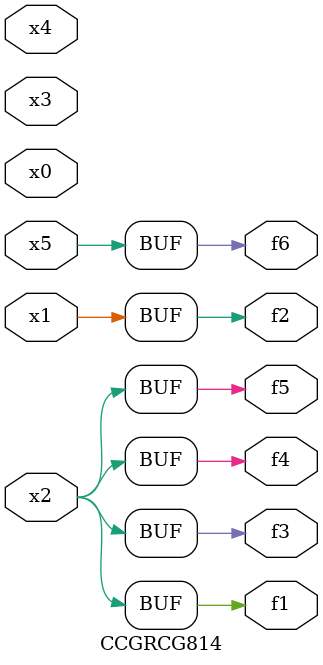
<source format=v>
module CCGRCG814(
	input x0, x1, x2, x3, x4, x5,
	output f1, f2, f3, f4, f5, f6
);
	assign f1 = x2;
	assign f2 = x1;
	assign f3 = x2;
	assign f4 = x2;
	assign f5 = x2;
	assign f6 = x5;
endmodule

</source>
